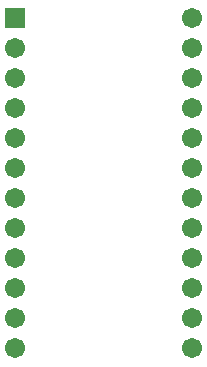
<source format=gbs>
*
%LPD*%
%LNSTEVAL-MKI169V1.GBS*%
%FSLAX24Y24*%
%MOIN*%
%AD*%
%ADD29C,0.06706*%
%ADD30C,0.06706*%
%ADD31R,0.06706X0.06706*%
G54D29*
%SRX1Y1I0.0J0.0*%
G1X60505Y33832D3*
G1X60505Y43832D3*
G1X60505Y44832D3*
G1X60505Y42832D3*
G1X60505Y41832D3*
G1X60505Y39832D3*
G1X60505Y37832D3*
G1X60505Y36832D3*
G1X60505Y35832D3*
G1X60505Y34832D3*
G1X60505Y40832D3*
G1X60505Y38832D3*
G54D30*
G1X54596Y33832D3*
G1X54596Y34832D3*
G1X54596Y35832D3*
G1X54596Y36832D3*
G1X54596Y38832D3*
G1X54596Y39832D3*
G1X54596Y40832D3*
G1X54596Y41832D3*
G1X54596Y42832D3*
G1X54596Y43832D3*
G1X54596Y37832D3*
G54D31*
G1X54596Y44832D3*
M2*

</source>
